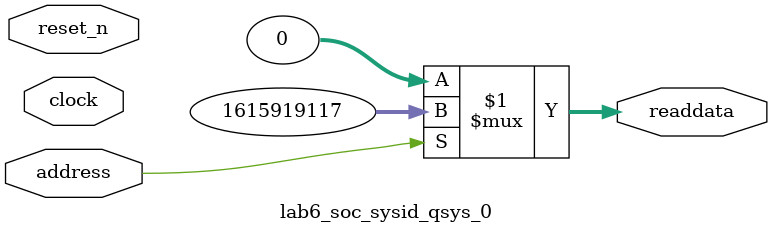
<source format=v>



// synthesis translate_off
`timescale 1ns / 1ps
// synthesis translate_on

// turn off superfluous verilog processor warnings 
// altera message_level Level1 
// altera message_off 10034 10035 10036 10037 10230 10240 10030 

module lab6_soc_sysid_qsys_0 (
               // inputs:
                address,
                clock,
                reset_n,

               // outputs:
                readdata
             )
;

  output  [ 31: 0] readdata;
  input            address;
  input            clock;
  input            reset_n;

  wire    [ 31: 0] readdata;
  //control_slave, which is an e_avalon_slave
  assign readdata = address ? 1615919117 : 0;

endmodule



</source>
